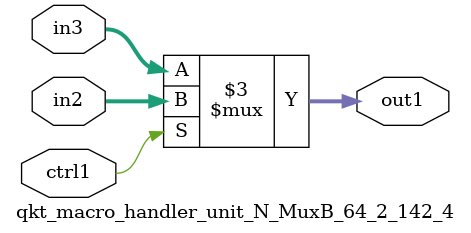
<source format=v>

`timescale 1ps / 1ps


module qkt_macro_handler_unit_N_MuxB_64_2_142_4( in3, in2, ctrl1, out1 );

    input [63:0] in3;
    input [63:0] in2;
    input ctrl1;
    output [63:0] out1;
    reg [63:0] out1;

    
    // rtl_process:qkt_macro_handler_unit_N_MuxB_64_2_142_4/qkt_macro_handler_unit_N_MuxB_64_2_142_4_thread_1
    always @*
      begin : qkt_macro_handler_unit_N_MuxB_64_2_142_4_thread_1
        case (ctrl1) 
          1'b1: 
            begin
              out1 = in2;
            end
          default: 
            begin
              out1 = in3;
            end
        endcase
      end

endmodule



</source>
